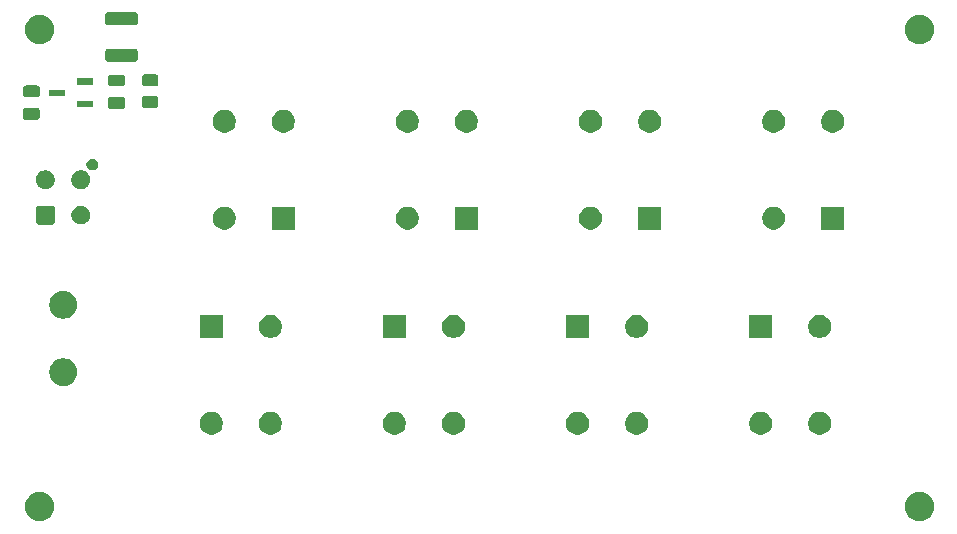
<source format=gbr>
%TF.GenerationSoftware,KiCad,Pcbnew,9.0.3*%
%TF.CreationDate,2025-08-13T11:48:25-07:00*%
%TF.ProjectId,PD Board,50442042-6f61-4726-942e-6b696361645f,rev?*%
%TF.SameCoordinates,Original*%
%TF.FileFunction,Soldermask,Top*%
%TF.FilePolarity,Negative*%
%FSLAX46Y46*%
G04 Gerber Fmt 4.6, Leading zero omitted, Abs format (unit mm)*
G04 Created by KiCad (PCBNEW 9.0.3) date 2025-08-13 11:48:25*
%MOMM*%
%LPD*%
G01*
G04 APERTURE LIST*
G04 APERTURE END LIST*
G36*
X92991807Y-134984538D02*
G01*
X93178354Y-135045151D01*
X93353123Y-135134200D01*
X93511810Y-135249493D01*
X93650507Y-135388190D01*
X93765800Y-135546877D01*
X93854849Y-135721646D01*
X93915462Y-135908193D01*
X93946147Y-136101926D01*
X93946147Y-136298074D01*
X93915462Y-136491807D01*
X93854849Y-136678354D01*
X93765800Y-136853123D01*
X93650507Y-137011810D01*
X93511810Y-137150507D01*
X93353123Y-137265800D01*
X93178354Y-137354849D01*
X92991807Y-137415462D01*
X92798074Y-137446147D01*
X92601926Y-137446147D01*
X92408193Y-137415462D01*
X92221646Y-137354849D01*
X92046877Y-137265800D01*
X91888190Y-137150507D01*
X91749493Y-137011810D01*
X91634200Y-136853123D01*
X91545151Y-136678354D01*
X91484538Y-136491807D01*
X91453853Y-136298074D01*
X91453853Y-136101926D01*
X91484538Y-135908193D01*
X91545151Y-135721646D01*
X91634200Y-135546877D01*
X91749493Y-135388190D01*
X91888190Y-135249493D01*
X92046877Y-135134200D01*
X92221646Y-135045151D01*
X92408193Y-134984538D01*
X92601926Y-134953853D01*
X92798074Y-134953853D01*
X92991807Y-134984538D01*
G37*
G36*
X167491807Y-134984538D02*
G01*
X167678354Y-135045151D01*
X167853123Y-135134200D01*
X168011810Y-135249493D01*
X168150507Y-135388190D01*
X168265800Y-135546877D01*
X168354849Y-135721646D01*
X168415462Y-135908193D01*
X168446147Y-136101926D01*
X168446147Y-136298074D01*
X168415462Y-136491807D01*
X168354849Y-136678354D01*
X168265800Y-136853123D01*
X168150507Y-137011810D01*
X168011810Y-137150507D01*
X167853123Y-137265800D01*
X167678354Y-137354849D01*
X167491807Y-137415462D01*
X167298074Y-137446147D01*
X167101926Y-137446147D01*
X166908193Y-137415462D01*
X166721646Y-137354849D01*
X166546877Y-137265800D01*
X166388190Y-137150507D01*
X166249493Y-137011810D01*
X166134200Y-136853123D01*
X166045151Y-136678354D01*
X165984538Y-136491807D01*
X165953853Y-136298074D01*
X165953853Y-136101926D01*
X165984538Y-135908193D01*
X166045151Y-135721646D01*
X166134200Y-135546877D01*
X166249493Y-135388190D01*
X166388190Y-135249493D01*
X166546877Y-135134200D01*
X166721646Y-135045151D01*
X166908193Y-134984538D01*
X167101926Y-134953853D01*
X167298074Y-134953853D01*
X167491807Y-134984538D01*
G37*
G36*
X107513028Y-128216983D02*
G01*
X107689612Y-128290127D01*
X107848533Y-128396315D01*
X107983685Y-128531467D01*
X108089873Y-128690388D01*
X108163017Y-128866972D01*
X108200305Y-129054433D01*
X108200305Y-129245567D01*
X108163017Y-129433028D01*
X108089873Y-129609612D01*
X107983685Y-129768533D01*
X107848533Y-129903685D01*
X107689612Y-130009873D01*
X107513028Y-130083017D01*
X107325567Y-130120305D01*
X107134433Y-130120305D01*
X106946972Y-130083017D01*
X106770388Y-130009873D01*
X106611467Y-129903685D01*
X106476315Y-129768533D01*
X106370127Y-129609612D01*
X106296983Y-129433028D01*
X106259695Y-129245567D01*
X106259695Y-129054433D01*
X106296983Y-128866972D01*
X106370127Y-128690388D01*
X106476315Y-128531467D01*
X106611467Y-128396315D01*
X106770388Y-128290127D01*
X106946972Y-128216983D01*
X107134433Y-128179695D01*
X107325567Y-128179695D01*
X107513028Y-128216983D01*
G37*
G36*
X112513028Y-128216983D02*
G01*
X112689612Y-128290127D01*
X112848533Y-128396315D01*
X112983685Y-128531467D01*
X113089873Y-128690388D01*
X113163017Y-128866972D01*
X113200305Y-129054433D01*
X113200305Y-129245567D01*
X113163017Y-129433028D01*
X113089873Y-129609612D01*
X112983685Y-129768533D01*
X112848533Y-129903685D01*
X112689612Y-130009873D01*
X112513028Y-130083017D01*
X112325567Y-130120305D01*
X112134433Y-130120305D01*
X111946972Y-130083017D01*
X111770388Y-130009873D01*
X111611467Y-129903685D01*
X111476315Y-129768533D01*
X111370127Y-129609612D01*
X111296983Y-129433028D01*
X111259695Y-129245567D01*
X111259695Y-129054433D01*
X111296983Y-128866972D01*
X111370127Y-128690388D01*
X111476315Y-128531467D01*
X111611467Y-128396315D01*
X111770388Y-128290127D01*
X111946972Y-128216983D01*
X112134433Y-128179695D01*
X112325567Y-128179695D01*
X112513028Y-128216983D01*
G37*
G36*
X123013028Y-128216983D02*
G01*
X123189612Y-128290127D01*
X123348533Y-128396315D01*
X123483685Y-128531467D01*
X123589873Y-128690388D01*
X123663017Y-128866972D01*
X123700305Y-129054433D01*
X123700305Y-129245567D01*
X123663017Y-129433028D01*
X123589873Y-129609612D01*
X123483685Y-129768533D01*
X123348533Y-129903685D01*
X123189612Y-130009873D01*
X123013028Y-130083017D01*
X122825567Y-130120305D01*
X122634433Y-130120305D01*
X122446972Y-130083017D01*
X122270388Y-130009873D01*
X122111467Y-129903685D01*
X121976315Y-129768533D01*
X121870127Y-129609612D01*
X121796983Y-129433028D01*
X121759695Y-129245567D01*
X121759695Y-129054433D01*
X121796983Y-128866972D01*
X121870127Y-128690388D01*
X121976315Y-128531467D01*
X122111467Y-128396315D01*
X122270388Y-128290127D01*
X122446972Y-128216983D01*
X122634433Y-128179695D01*
X122825567Y-128179695D01*
X123013028Y-128216983D01*
G37*
G36*
X128013028Y-128216983D02*
G01*
X128189612Y-128290127D01*
X128348533Y-128396315D01*
X128483685Y-128531467D01*
X128589873Y-128690388D01*
X128663017Y-128866972D01*
X128700305Y-129054433D01*
X128700305Y-129245567D01*
X128663017Y-129433028D01*
X128589873Y-129609612D01*
X128483685Y-129768533D01*
X128348533Y-129903685D01*
X128189612Y-130009873D01*
X128013028Y-130083017D01*
X127825567Y-130120305D01*
X127634433Y-130120305D01*
X127446972Y-130083017D01*
X127270388Y-130009873D01*
X127111467Y-129903685D01*
X126976315Y-129768533D01*
X126870127Y-129609612D01*
X126796983Y-129433028D01*
X126759695Y-129245567D01*
X126759695Y-129054433D01*
X126796983Y-128866972D01*
X126870127Y-128690388D01*
X126976315Y-128531467D01*
X127111467Y-128396315D01*
X127270388Y-128290127D01*
X127446972Y-128216983D01*
X127634433Y-128179695D01*
X127825567Y-128179695D01*
X128013028Y-128216983D01*
G37*
G36*
X138513028Y-128216983D02*
G01*
X138689612Y-128290127D01*
X138848533Y-128396315D01*
X138983685Y-128531467D01*
X139089873Y-128690388D01*
X139163017Y-128866972D01*
X139200305Y-129054433D01*
X139200305Y-129245567D01*
X139163017Y-129433028D01*
X139089873Y-129609612D01*
X138983685Y-129768533D01*
X138848533Y-129903685D01*
X138689612Y-130009873D01*
X138513028Y-130083017D01*
X138325567Y-130120305D01*
X138134433Y-130120305D01*
X137946972Y-130083017D01*
X137770388Y-130009873D01*
X137611467Y-129903685D01*
X137476315Y-129768533D01*
X137370127Y-129609612D01*
X137296983Y-129433028D01*
X137259695Y-129245567D01*
X137259695Y-129054433D01*
X137296983Y-128866972D01*
X137370127Y-128690388D01*
X137476315Y-128531467D01*
X137611467Y-128396315D01*
X137770388Y-128290127D01*
X137946972Y-128216983D01*
X138134433Y-128179695D01*
X138325567Y-128179695D01*
X138513028Y-128216983D01*
G37*
G36*
X143513028Y-128216983D02*
G01*
X143689612Y-128290127D01*
X143848533Y-128396315D01*
X143983685Y-128531467D01*
X144089873Y-128690388D01*
X144163017Y-128866972D01*
X144200305Y-129054433D01*
X144200305Y-129245567D01*
X144163017Y-129433028D01*
X144089873Y-129609612D01*
X143983685Y-129768533D01*
X143848533Y-129903685D01*
X143689612Y-130009873D01*
X143513028Y-130083017D01*
X143325567Y-130120305D01*
X143134433Y-130120305D01*
X142946972Y-130083017D01*
X142770388Y-130009873D01*
X142611467Y-129903685D01*
X142476315Y-129768533D01*
X142370127Y-129609612D01*
X142296983Y-129433028D01*
X142259695Y-129245567D01*
X142259695Y-129054433D01*
X142296983Y-128866972D01*
X142370127Y-128690388D01*
X142476315Y-128531467D01*
X142611467Y-128396315D01*
X142770388Y-128290127D01*
X142946972Y-128216983D01*
X143134433Y-128179695D01*
X143325567Y-128179695D01*
X143513028Y-128216983D01*
G37*
G36*
X154013028Y-128216983D02*
G01*
X154189612Y-128290127D01*
X154348533Y-128396315D01*
X154483685Y-128531467D01*
X154589873Y-128690388D01*
X154663017Y-128866972D01*
X154700305Y-129054433D01*
X154700305Y-129245567D01*
X154663017Y-129433028D01*
X154589873Y-129609612D01*
X154483685Y-129768533D01*
X154348533Y-129903685D01*
X154189612Y-130009873D01*
X154013028Y-130083017D01*
X153825567Y-130120305D01*
X153634433Y-130120305D01*
X153446972Y-130083017D01*
X153270388Y-130009873D01*
X153111467Y-129903685D01*
X152976315Y-129768533D01*
X152870127Y-129609612D01*
X152796983Y-129433028D01*
X152759695Y-129245567D01*
X152759695Y-129054433D01*
X152796983Y-128866972D01*
X152870127Y-128690388D01*
X152976315Y-128531467D01*
X153111467Y-128396315D01*
X153270388Y-128290127D01*
X153446972Y-128216983D01*
X153634433Y-128179695D01*
X153825567Y-128179695D01*
X154013028Y-128216983D01*
G37*
G36*
X159013028Y-128216983D02*
G01*
X159189612Y-128290127D01*
X159348533Y-128396315D01*
X159483685Y-128531467D01*
X159589873Y-128690388D01*
X159663017Y-128866972D01*
X159700305Y-129054433D01*
X159700305Y-129245567D01*
X159663017Y-129433028D01*
X159589873Y-129609612D01*
X159483685Y-129768533D01*
X159348533Y-129903685D01*
X159189612Y-130009873D01*
X159013028Y-130083017D01*
X158825567Y-130120305D01*
X158634433Y-130120305D01*
X158446972Y-130083017D01*
X158270388Y-130009873D01*
X158111467Y-129903685D01*
X157976315Y-129768533D01*
X157870127Y-129609612D01*
X157796983Y-129433028D01*
X157759695Y-129245567D01*
X157759695Y-129054433D01*
X157796983Y-128866972D01*
X157870127Y-128690388D01*
X157976315Y-128531467D01*
X158111467Y-128396315D01*
X158270388Y-128290127D01*
X158446972Y-128216983D01*
X158634433Y-128179695D01*
X158825567Y-128179695D01*
X159013028Y-128216983D01*
G37*
G36*
X94964624Y-123668136D02*
G01*
X95140889Y-123725408D01*
X95306025Y-123809549D01*
X95455965Y-123918487D01*
X95587017Y-124049539D01*
X95695955Y-124199479D01*
X95780096Y-124364615D01*
X95837368Y-124540880D01*
X95866361Y-124723934D01*
X95866361Y-124909270D01*
X95837368Y-125092324D01*
X95780096Y-125268589D01*
X95695955Y-125433725D01*
X95587017Y-125583665D01*
X95455965Y-125714717D01*
X95306025Y-125823655D01*
X95140889Y-125907796D01*
X94964624Y-125965068D01*
X94781570Y-125994061D01*
X94596234Y-125994061D01*
X94413180Y-125965068D01*
X94236915Y-125907796D01*
X94071779Y-125823655D01*
X93921839Y-125714717D01*
X93790787Y-125583665D01*
X93681849Y-125433725D01*
X93597708Y-125268589D01*
X93540436Y-125092324D01*
X93511443Y-124909270D01*
X93511443Y-124723934D01*
X93540436Y-124540880D01*
X93597708Y-124364615D01*
X93681849Y-124199479D01*
X93790787Y-124049539D01*
X93921839Y-123918487D01*
X94071779Y-123809549D01*
X94236915Y-123725408D01*
X94413180Y-123668136D01*
X94596234Y-123639143D01*
X94781570Y-123639143D01*
X94964624Y-123668136D01*
G37*
G36*
X108205000Y-121925000D02*
G01*
X106255000Y-121925000D01*
X106255000Y-119975000D01*
X108205000Y-119975000D01*
X108205000Y-121925000D01*
G37*
G36*
X123705000Y-121925000D02*
G01*
X121755000Y-121925000D01*
X121755000Y-119975000D01*
X123705000Y-119975000D01*
X123705000Y-121925000D01*
G37*
G36*
X139205000Y-121925000D02*
G01*
X137255000Y-121925000D01*
X137255000Y-119975000D01*
X139205000Y-119975000D01*
X139205000Y-121925000D01*
G37*
G36*
X154705000Y-121925000D02*
G01*
X152755000Y-121925000D01*
X152755000Y-119975000D01*
X154705000Y-119975000D01*
X154705000Y-121925000D01*
G37*
G36*
X112513028Y-120016983D02*
G01*
X112689612Y-120090127D01*
X112848533Y-120196315D01*
X112983685Y-120331467D01*
X113089873Y-120490388D01*
X113163017Y-120666972D01*
X113200305Y-120854433D01*
X113200305Y-121045567D01*
X113163017Y-121233028D01*
X113089873Y-121409612D01*
X112983685Y-121568533D01*
X112848533Y-121703685D01*
X112689612Y-121809873D01*
X112513028Y-121883017D01*
X112325567Y-121920305D01*
X112134433Y-121920305D01*
X111946972Y-121883017D01*
X111770388Y-121809873D01*
X111611467Y-121703685D01*
X111476315Y-121568533D01*
X111370127Y-121409612D01*
X111296983Y-121233028D01*
X111259695Y-121045567D01*
X111259695Y-120854433D01*
X111296983Y-120666972D01*
X111370127Y-120490388D01*
X111476315Y-120331467D01*
X111611467Y-120196315D01*
X111770388Y-120090127D01*
X111946972Y-120016983D01*
X112134433Y-119979695D01*
X112325567Y-119979695D01*
X112513028Y-120016983D01*
G37*
G36*
X128013028Y-120016983D02*
G01*
X128189612Y-120090127D01*
X128348533Y-120196315D01*
X128483685Y-120331467D01*
X128589873Y-120490388D01*
X128663017Y-120666972D01*
X128700305Y-120854433D01*
X128700305Y-121045567D01*
X128663017Y-121233028D01*
X128589873Y-121409612D01*
X128483685Y-121568533D01*
X128348533Y-121703685D01*
X128189612Y-121809873D01*
X128013028Y-121883017D01*
X127825567Y-121920305D01*
X127634433Y-121920305D01*
X127446972Y-121883017D01*
X127270388Y-121809873D01*
X127111467Y-121703685D01*
X126976315Y-121568533D01*
X126870127Y-121409612D01*
X126796983Y-121233028D01*
X126759695Y-121045567D01*
X126759695Y-120854433D01*
X126796983Y-120666972D01*
X126870127Y-120490388D01*
X126976315Y-120331467D01*
X127111467Y-120196315D01*
X127270388Y-120090127D01*
X127446972Y-120016983D01*
X127634433Y-119979695D01*
X127825567Y-119979695D01*
X128013028Y-120016983D01*
G37*
G36*
X143513028Y-120016983D02*
G01*
X143689612Y-120090127D01*
X143848533Y-120196315D01*
X143983685Y-120331467D01*
X144089873Y-120490388D01*
X144163017Y-120666972D01*
X144200305Y-120854433D01*
X144200305Y-121045567D01*
X144163017Y-121233028D01*
X144089873Y-121409612D01*
X143983685Y-121568533D01*
X143848533Y-121703685D01*
X143689612Y-121809873D01*
X143513028Y-121883017D01*
X143325567Y-121920305D01*
X143134433Y-121920305D01*
X142946972Y-121883017D01*
X142770388Y-121809873D01*
X142611467Y-121703685D01*
X142476315Y-121568533D01*
X142370127Y-121409612D01*
X142296983Y-121233028D01*
X142259695Y-121045567D01*
X142259695Y-120854433D01*
X142296983Y-120666972D01*
X142370127Y-120490388D01*
X142476315Y-120331467D01*
X142611467Y-120196315D01*
X142770388Y-120090127D01*
X142946972Y-120016983D01*
X143134433Y-119979695D01*
X143325567Y-119979695D01*
X143513028Y-120016983D01*
G37*
G36*
X159013028Y-120016983D02*
G01*
X159189612Y-120090127D01*
X159348533Y-120196315D01*
X159483685Y-120331467D01*
X159589873Y-120490388D01*
X159663017Y-120666972D01*
X159700305Y-120854433D01*
X159700305Y-121045567D01*
X159663017Y-121233028D01*
X159589873Y-121409612D01*
X159483685Y-121568533D01*
X159348533Y-121703685D01*
X159189612Y-121809873D01*
X159013028Y-121883017D01*
X158825567Y-121920305D01*
X158634433Y-121920305D01*
X158446972Y-121883017D01*
X158270388Y-121809873D01*
X158111467Y-121703685D01*
X157976315Y-121568533D01*
X157870127Y-121409612D01*
X157796983Y-121233028D01*
X157759695Y-121045567D01*
X157759695Y-120854433D01*
X157796983Y-120666972D01*
X157870127Y-120490388D01*
X157976315Y-120331467D01*
X158111467Y-120196315D01*
X158270388Y-120090127D01*
X158446972Y-120016983D01*
X158634433Y-119979695D01*
X158825567Y-119979695D01*
X159013028Y-120016983D01*
G37*
G36*
X94964624Y-117968132D02*
G01*
X95140889Y-118025404D01*
X95306025Y-118109545D01*
X95455965Y-118218483D01*
X95587017Y-118349535D01*
X95695955Y-118499475D01*
X95780096Y-118664611D01*
X95837368Y-118840876D01*
X95866361Y-119023930D01*
X95866361Y-119209266D01*
X95837368Y-119392320D01*
X95780096Y-119568585D01*
X95695955Y-119733721D01*
X95587017Y-119883661D01*
X95455965Y-120014713D01*
X95306025Y-120123651D01*
X95140889Y-120207792D01*
X94964624Y-120265064D01*
X94781570Y-120294057D01*
X94596234Y-120294057D01*
X94413180Y-120265064D01*
X94236915Y-120207792D01*
X94071779Y-120123651D01*
X93921839Y-120014713D01*
X93790787Y-119883661D01*
X93681849Y-119733721D01*
X93597708Y-119568585D01*
X93540436Y-119392320D01*
X93511443Y-119209266D01*
X93511443Y-119023930D01*
X93540436Y-118840876D01*
X93597708Y-118664611D01*
X93681849Y-118499475D01*
X93790787Y-118349535D01*
X93921839Y-118218483D01*
X94071779Y-118109545D01*
X94236915Y-118025404D01*
X94413180Y-117968132D01*
X94596234Y-117939139D01*
X94781570Y-117939139D01*
X94964624Y-117968132D01*
G37*
G36*
X114305000Y-112755000D02*
G01*
X112355000Y-112755000D01*
X112355000Y-110805000D01*
X114305000Y-110805000D01*
X114305000Y-112755000D01*
G37*
G36*
X129805000Y-112755000D02*
G01*
X127855000Y-112755000D01*
X127855000Y-110805000D01*
X129805000Y-110805000D01*
X129805000Y-112755000D01*
G37*
G36*
X145305000Y-112755000D02*
G01*
X143355000Y-112755000D01*
X143355000Y-110805000D01*
X145305000Y-110805000D01*
X145305000Y-112755000D01*
G37*
G36*
X160805000Y-112755000D02*
G01*
X158855000Y-112755000D01*
X158855000Y-110805000D01*
X160805000Y-110805000D01*
X160805000Y-112755000D01*
G37*
G36*
X108613028Y-110846983D02*
G01*
X108789612Y-110920127D01*
X108948533Y-111026315D01*
X109083685Y-111161467D01*
X109189873Y-111320388D01*
X109263017Y-111496972D01*
X109300305Y-111684433D01*
X109300305Y-111875567D01*
X109263017Y-112063028D01*
X109189873Y-112239612D01*
X109083685Y-112398533D01*
X108948533Y-112533685D01*
X108789612Y-112639873D01*
X108613028Y-112713017D01*
X108425567Y-112750305D01*
X108234433Y-112750305D01*
X108046972Y-112713017D01*
X107870388Y-112639873D01*
X107711467Y-112533685D01*
X107576315Y-112398533D01*
X107470127Y-112239612D01*
X107396983Y-112063028D01*
X107359695Y-111875567D01*
X107359695Y-111684433D01*
X107396983Y-111496972D01*
X107470127Y-111320388D01*
X107576315Y-111161467D01*
X107711467Y-111026315D01*
X107870388Y-110920127D01*
X108046972Y-110846983D01*
X108234433Y-110809695D01*
X108425567Y-110809695D01*
X108613028Y-110846983D01*
G37*
G36*
X124113028Y-110846983D02*
G01*
X124289612Y-110920127D01*
X124448533Y-111026315D01*
X124583685Y-111161467D01*
X124689873Y-111320388D01*
X124763017Y-111496972D01*
X124800305Y-111684433D01*
X124800305Y-111875567D01*
X124763017Y-112063028D01*
X124689873Y-112239612D01*
X124583685Y-112398533D01*
X124448533Y-112533685D01*
X124289612Y-112639873D01*
X124113028Y-112713017D01*
X123925567Y-112750305D01*
X123734433Y-112750305D01*
X123546972Y-112713017D01*
X123370388Y-112639873D01*
X123211467Y-112533685D01*
X123076315Y-112398533D01*
X122970127Y-112239612D01*
X122896983Y-112063028D01*
X122859695Y-111875567D01*
X122859695Y-111684433D01*
X122896983Y-111496972D01*
X122970127Y-111320388D01*
X123076315Y-111161467D01*
X123211467Y-111026315D01*
X123370388Y-110920127D01*
X123546972Y-110846983D01*
X123734433Y-110809695D01*
X123925567Y-110809695D01*
X124113028Y-110846983D01*
G37*
G36*
X139613028Y-110846983D02*
G01*
X139789612Y-110920127D01*
X139948533Y-111026315D01*
X140083685Y-111161467D01*
X140189873Y-111320388D01*
X140263017Y-111496972D01*
X140300305Y-111684433D01*
X140300305Y-111875567D01*
X140263017Y-112063028D01*
X140189873Y-112239612D01*
X140083685Y-112398533D01*
X139948533Y-112533685D01*
X139789612Y-112639873D01*
X139613028Y-112713017D01*
X139425567Y-112750305D01*
X139234433Y-112750305D01*
X139046972Y-112713017D01*
X138870388Y-112639873D01*
X138711467Y-112533685D01*
X138576315Y-112398533D01*
X138470127Y-112239612D01*
X138396983Y-112063028D01*
X138359695Y-111875567D01*
X138359695Y-111684433D01*
X138396983Y-111496972D01*
X138470127Y-111320388D01*
X138576315Y-111161467D01*
X138711467Y-111026315D01*
X138870388Y-110920127D01*
X139046972Y-110846983D01*
X139234433Y-110809695D01*
X139425567Y-110809695D01*
X139613028Y-110846983D01*
G37*
G36*
X155113028Y-110846983D02*
G01*
X155289612Y-110920127D01*
X155448533Y-111026315D01*
X155583685Y-111161467D01*
X155689873Y-111320388D01*
X155763017Y-111496972D01*
X155800305Y-111684433D01*
X155800305Y-111875567D01*
X155763017Y-112063028D01*
X155689873Y-112239612D01*
X155583685Y-112398533D01*
X155448533Y-112533685D01*
X155289612Y-112639873D01*
X155113028Y-112713017D01*
X154925567Y-112750305D01*
X154734433Y-112750305D01*
X154546972Y-112713017D01*
X154370388Y-112639873D01*
X154211467Y-112533685D01*
X154076315Y-112398533D01*
X153970127Y-112239612D01*
X153896983Y-112063028D01*
X153859695Y-111875567D01*
X153859695Y-111684433D01*
X153896983Y-111496972D01*
X153970127Y-111320388D01*
X154076315Y-111161467D01*
X154211467Y-111026315D01*
X154370388Y-110920127D01*
X154546972Y-110846983D01*
X154734433Y-110809695D01*
X154925567Y-110809695D01*
X155113028Y-110846983D01*
G37*
G36*
X93737350Y-110718464D02*
G01*
X93787540Y-110724287D01*
X93804689Y-110731859D01*
X93828171Y-110736530D01*
X93853310Y-110753327D01*
X93873196Y-110762108D01*
X93886777Y-110775689D01*
X93909277Y-110790723D01*
X93924310Y-110813222D01*
X93937891Y-110826803D01*
X93946670Y-110846686D01*
X93963470Y-110871829D01*
X93968141Y-110895312D01*
X93975712Y-110912459D01*
X93981533Y-110962639D01*
X93982500Y-110967500D01*
X93982500Y-112072500D01*
X93981532Y-112077363D01*
X93975712Y-112127540D01*
X93968141Y-112144685D01*
X93963470Y-112168171D01*
X93946669Y-112193315D01*
X93937891Y-112213196D01*
X93924312Y-112226774D01*
X93909277Y-112249277D01*
X93886774Y-112264312D01*
X93873196Y-112277891D01*
X93853315Y-112286669D01*
X93828171Y-112303470D01*
X93804685Y-112308141D01*
X93787540Y-112315712D01*
X93737361Y-112321532D01*
X93732500Y-112322500D01*
X92627500Y-112322500D01*
X92622638Y-112321532D01*
X92572459Y-112315712D01*
X92555312Y-112308141D01*
X92531829Y-112303470D01*
X92506686Y-112286670D01*
X92486803Y-112277891D01*
X92473222Y-112264310D01*
X92450723Y-112249277D01*
X92435689Y-112226777D01*
X92422108Y-112213196D01*
X92413327Y-112193310D01*
X92396530Y-112168171D01*
X92391859Y-112144689D01*
X92384287Y-112127540D01*
X92378464Y-112077349D01*
X92377500Y-112072500D01*
X92377500Y-110967500D01*
X92378464Y-110962650D01*
X92384287Y-110912459D01*
X92391859Y-110895308D01*
X92396530Y-110871829D01*
X92413326Y-110846691D01*
X92422108Y-110826803D01*
X92435691Y-110813219D01*
X92450723Y-110790723D01*
X92473219Y-110775691D01*
X92486803Y-110762108D01*
X92506691Y-110753326D01*
X92531829Y-110736530D01*
X92555308Y-110731859D01*
X92572459Y-110724287D01*
X92622651Y-110718464D01*
X92627500Y-110717500D01*
X93732500Y-110717500D01*
X93737350Y-110718464D01*
G37*
G36*
X96412953Y-110752055D02*
G01*
X96558296Y-110812258D01*
X96689101Y-110899659D01*
X96800341Y-111010899D01*
X96887742Y-111141704D01*
X96947945Y-111287047D01*
X96978636Y-111441341D01*
X96978636Y-111598659D01*
X96947945Y-111752953D01*
X96887742Y-111898296D01*
X96800341Y-112029101D01*
X96689101Y-112140341D01*
X96558296Y-112227742D01*
X96412953Y-112287945D01*
X96258659Y-112318636D01*
X96101341Y-112318636D01*
X95947047Y-112287945D01*
X95801704Y-112227742D01*
X95670899Y-112140341D01*
X95559659Y-112029101D01*
X95472258Y-111898296D01*
X95412055Y-111752953D01*
X95381364Y-111598659D01*
X95381364Y-111441341D01*
X95412055Y-111287047D01*
X95472258Y-111141704D01*
X95559659Y-111010899D01*
X95670899Y-110899659D01*
X95801704Y-110812258D01*
X95947047Y-110752055D01*
X96101341Y-110721364D01*
X96258659Y-110721364D01*
X96412953Y-110752055D01*
G37*
G36*
X93412953Y-107752055D02*
G01*
X93558296Y-107812258D01*
X93689101Y-107899659D01*
X93800341Y-108010899D01*
X93887742Y-108141704D01*
X93947945Y-108287047D01*
X93978636Y-108441341D01*
X93978636Y-108598659D01*
X93947945Y-108752953D01*
X93887742Y-108898296D01*
X93800341Y-109029101D01*
X93689101Y-109140341D01*
X93558296Y-109227742D01*
X93412953Y-109287945D01*
X93258659Y-109318636D01*
X93101341Y-109318636D01*
X92947047Y-109287945D01*
X92801704Y-109227742D01*
X92670899Y-109140341D01*
X92559659Y-109029101D01*
X92472258Y-108898296D01*
X92412055Y-108752953D01*
X92381364Y-108598659D01*
X92381364Y-108441341D01*
X92412055Y-108287047D01*
X92472258Y-108141704D01*
X92559659Y-108010899D01*
X92670899Y-107899659D01*
X92801704Y-107812258D01*
X92947047Y-107752055D01*
X93101341Y-107721364D01*
X93258659Y-107721364D01*
X93412953Y-107752055D01*
G37*
G36*
X96412953Y-107752055D02*
G01*
X96558296Y-107812258D01*
X96689101Y-107899659D01*
X96800341Y-108010899D01*
X96887742Y-108141704D01*
X96947945Y-108287047D01*
X96978636Y-108441341D01*
X96978636Y-108598659D01*
X96947945Y-108752953D01*
X96887742Y-108898296D01*
X96800341Y-109029101D01*
X96689101Y-109140341D01*
X96558296Y-109227742D01*
X96412953Y-109287945D01*
X96258659Y-109318636D01*
X96101341Y-109318636D01*
X95947047Y-109287945D01*
X95801704Y-109227742D01*
X95670899Y-109140341D01*
X95559659Y-109029101D01*
X95472258Y-108898296D01*
X95412055Y-108752953D01*
X95381364Y-108598659D01*
X95381364Y-108441341D01*
X95412055Y-108287047D01*
X95472258Y-108141704D01*
X95559659Y-108010899D01*
X95670899Y-107899659D01*
X95801704Y-107812258D01*
X95947047Y-107752055D01*
X96101341Y-107721364D01*
X96258659Y-107721364D01*
X96412953Y-107752055D01*
G37*
G36*
X97355169Y-106768821D02*
G01*
X97470468Y-106835390D01*
X97564610Y-106929532D01*
X97631179Y-107044831D01*
X97665637Y-107173432D01*
X97665637Y-107306568D01*
X97631179Y-107435169D01*
X97564610Y-107550468D01*
X97470468Y-107644610D01*
X97355169Y-107711179D01*
X97226568Y-107745637D01*
X97093432Y-107745637D01*
X96964831Y-107711179D01*
X96849532Y-107644610D01*
X96755390Y-107550468D01*
X96688821Y-107435169D01*
X96654363Y-107306568D01*
X96654363Y-107173432D01*
X96688821Y-107044831D01*
X96755390Y-106929532D01*
X96849532Y-106835390D01*
X96964831Y-106768821D01*
X97093432Y-106734363D01*
X97226568Y-106734363D01*
X97355169Y-106768821D01*
G37*
G36*
X108613028Y-102646983D02*
G01*
X108789612Y-102720127D01*
X108948533Y-102826315D01*
X109083685Y-102961467D01*
X109189873Y-103120388D01*
X109263017Y-103296972D01*
X109300305Y-103484433D01*
X109300305Y-103675567D01*
X109263017Y-103863028D01*
X109189873Y-104039612D01*
X109083685Y-104198533D01*
X108948533Y-104333685D01*
X108789612Y-104439873D01*
X108613028Y-104513017D01*
X108425567Y-104550305D01*
X108234433Y-104550305D01*
X108046972Y-104513017D01*
X107870388Y-104439873D01*
X107711467Y-104333685D01*
X107576315Y-104198533D01*
X107470127Y-104039612D01*
X107396983Y-103863028D01*
X107359695Y-103675567D01*
X107359695Y-103484433D01*
X107396983Y-103296972D01*
X107470127Y-103120388D01*
X107576315Y-102961467D01*
X107711467Y-102826315D01*
X107870388Y-102720127D01*
X108046972Y-102646983D01*
X108234433Y-102609695D01*
X108425567Y-102609695D01*
X108613028Y-102646983D01*
G37*
G36*
X113613028Y-102646983D02*
G01*
X113789612Y-102720127D01*
X113948533Y-102826315D01*
X114083685Y-102961467D01*
X114189873Y-103120388D01*
X114263017Y-103296972D01*
X114300305Y-103484433D01*
X114300305Y-103675567D01*
X114263017Y-103863028D01*
X114189873Y-104039612D01*
X114083685Y-104198533D01*
X113948533Y-104333685D01*
X113789612Y-104439873D01*
X113613028Y-104513017D01*
X113425567Y-104550305D01*
X113234433Y-104550305D01*
X113046972Y-104513017D01*
X112870388Y-104439873D01*
X112711467Y-104333685D01*
X112576315Y-104198533D01*
X112470127Y-104039612D01*
X112396983Y-103863028D01*
X112359695Y-103675567D01*
X112359695Y-103484433D01*
X112396983Y-103296972D01*
X112470127Y-103120388D01*
X112576315Y-102961467D01*
X112711467Y-102826315D01*
X112870388Y-102720127D01*
X113046972Y-102646983D01*
X113234433Y-102609695D01*
X113425567Y-102609695D01*
X113613028Y-102646983D01*
G37*
G36*
X124113028Y-102646983D02*
G01*
X124289612Y-102720127D01*
X124448533Y-102826315D01*
X124583685Y-102961467D01*
X124689873Y-103120388D01*
X124763017Y-103296972D01*
X124800305Y-103484433D01*
X124800305Y-103675567D01*
X124763017Y-103863028D01*
X124689873Y-104039612D01*
X124583685Y-104198533D01*
X124448533Y-104333685D01*
X124289612Y-104439873D01*
X124113028Y-104513017D01*
X123925567Y-104550305D01*
X123734433Y-104550305D01*
X123546972Y-104513017D01*
X123370388Y-104439873D01*
X123211467Y-104333685D01*
X123076315Y-104198533D01*
X122970127Y-104039612D01*
X122896983Y-103863028D01*
X122859695Y-103675567D01*
X122859695Y-103484433D01*
X122896983Y-103296972D01*
X122970127Y-103120388D01*
X123076315Y-102961467D01*
X123211467Y-102826315D01*
X123370388Y-102720127D01*
X123546972Y-102646983D01*
X123734433Y-102609695D01*
X123925567Y-102609695D01*
X124113028Y-102646983D01*
G37*
G36*
X129113028Y-102646983D02*
G01*
X129289612Y-102720127D01*
X129448533Y-102826315D01*
X129583685Y-102961467D01*
X129689873Y-103120388D01*
X129763017Y-103296972D01*
X129800305Y-103484433D01*
X129800305Y-103675567D01*
X129763017Y-103863028D01*
X129689873Y-104039612D01*
X129583685Y-104198533D01*
X129448533Y-104333685D01*
X129289612Y-104439873D01*
X129113028Y-104513017D01*
X128925567Y-104550305D01*
X128734433Y-104550305D01*
X128546972Y-104513017D01*
X128370388Y-104439873D01*
X128211467Y-104333685D01*
X128076315Y-104198533D01*
X127970127Y-104039612D01*
X127896983Y-103863028D01*
X127859695Y-103675567D01*
X127859695Y-103484433D01*
X127896983Y-103296972D01*
X127970127Y-103120388D01*
X128076315Y-102961467D01*
X128211467Y-102826315D01*
X128370388Y-102720127D01*
X128546972Y-102646983D01*
X128734433Y-102609695D01*
X128925567Y-102609695D01*
X129113028Y-102646983D01*
G37*
G36*
X139613028Y-102646983D02*
G01*
X139789612Y-102720127D01*
X139948533Y-102826315D01*
X140083685Y-102961467D01*
X140189873Y-103120388D01*
X140263017Y-103296972D01*
X140300305Y-103484433D01*
X140300305Y-103675567D01*
X140263017Y-103863028D01*
X140189873Y-104039612D01*
X140083685Y-104198533D01*
X139948533Y-104333685D01*
X139789612Y-104439873D01*
X139613028Y-104513017D01*
X139425567Y-104550305D01*
X139234433Y-104550305D01*
X139046972Y-104513017D01*
X138870388Y-104439873D01*
X138711467Y-104333685D01*
X138576315Y-104198533D01*
X138470127Y-104039612D01*
X138396983Y-103863028D01*
X138359695Y-103675567D01*
X138359695Y-103484433D01*
X138396983Y-103296972D01*
X138470127Y-103120388D01*
X138576315Y-102961467D01*
X138711467Y-102826315D01*
X138870388Y-102720127D01*
X139046972Y-102646983D01*
X139234433Y-102609695D01*
X139425567Y-102609695D01*
X139613028Y-102646983D01*
G37*
G36*
X144613028Y-102646983D02*
G01*
X144789612Y-102720127D01*
X144948533Y-102826315D01*
X145083685Y-102961467D01*
X145189873Y-103120388D01*
X145263017Y-103296972D01*
X145300305Y-103484433D01*
X145300305Y-103675567D01*
X145263017Y-103863028D01*
X145189873Y-104039612D01*
X145083685Y-104198533D01*
X144948533Y-104333685D01*
X144789612Y-104439873D01*
X144613028Y-104513017D01*
X144425567Y-104550305D01*
X144234433Y-104550305D01*
X144046972Y-104513017D01*
X143870388Y-104439873D01*
X143711467Y-104333685D01*
X143576315Y-104198533D01*
X143470127Y-104039612D01*
X143396983Y-103863028D01*
X143359695Y-103675567D01*
X143359695Y-103484433D01*
X143396983Y-103296972D01*
X143470127Y-103120388D01*
X143576315Y-102961467D01*
X143711467Y-102826315D01*
X143870388Y-102720127D01*
X144046972Y-102646983D01*
X144234433Y-102609695D01*
X144425567Y-102609695D01*
X144613028Y-102646983D01*
G37*
G36*
X155113028Y-102646983D02*
G01*
X155289612Y-102720127D01*
X155448533Y-102826315D01*
X155583685Y-102961467D01*
X155689873Y-103120388D01*
X155763017Y-103296972D01*
X155800305Y-103484433D01*
X155800305Y-103675567D01*
X155763017Y-103863028D01*
X155689873Y-104039612D01*
X155583685Y-104198533D01*
X155448533Y-104333685D01*
X155289612Y-104439873D01*
X155113028Y-104513017D01*
X154925567Y-104550305D01*
X154734433Y-104550305D01*
X154546972Y-104513017D01*
X154370388Y-104439873D01*
X154211467Y-104333685D01*
X154076315Y-104198533D01*
X153970127Y-104039612D01*
X153896983Y-103863028D01*
X153859695Y-103675567D01*
X153859695Y-103484433D01*
X153896983Y-103296972D01*
X153970127Y-103120388D01*
X154076315Y-102961467D01*
X154211467Y-102826315D01*
X154370388Y-102720127D01*
X154546972Y-102646983D01*
X154734433Y-102609695D01*
X154925567Y-102609695D01*
X155113028Y-102646983D01*
G37*
G36*
X160113028Y-102646983D02*
G01*
X160289612Y-102720127D01*
X160448533Y-102826315D01*
X160583685Y-102961467D01*
X160689873Y-103120388D01*
X160763017Y-103296972D01*
X160800305Y-103484433D01*
X160800305Y-103675567D01*
X160763017Y-103863028D01*
X160689873Y-104039612D01*
X160583685Y-104198533D01*
X160448533Y-104333685D01*
X160289612Y-104439873D01*
X160113028Y-104513017D01*
X159925567Y-104550305D01*
X159734433Y-104550305D01*
X159546972Y-104513017D01*
X159370388Y-104439873D01*
X159211467Y-104333685D01*
X159076315Y-104198533D01*
X158970127Y-104039612D01*
X158896983Y-103863028D01*
X158859695Y-103675567D01*
X158859695Y-103484433D01*
X158896983Y-103296972D01*
X158970127Y-103120388D01*
X159076315Y-102961467D01*
X159211467Y-102826315D01*
X159370388Y-102720127D01*
X159546972Y-102646983D01*
X159734433Y-102609695D01*
X159925567Y-102609695D01*
X160113028Y-102646983D01*
G37*
G36*
X92469850Y-102450964D02*
G01*
X92520040Y-102456787D01*
X92537189Y-102464359D01*
X92560671Y-102469030D01*
X92585810Y-102485827D01*
X92605696Y-102494608D01*
X92619277Y-102508189D01*
X92641777Y-102523223D01*
X92656810Y-102545722D01*
X92670391Y-102559303D01*
X92679170Y-102579186D01*
X92695970Y-102604329D01*
X92700641Y-102627812D01*
X92708212Y-102644959D01*
X92714033Y-102695139D01*
X92715000Y-102700000D01*
X92715000Y-103200000D01*
X92714032Y-103204863D01*
X92708212Y-103255040D01*
X92700641Y-103272185D01*
X92695970Y-103295671D01*
X92679169Y-103320815D01*
X92670391Y-103340696D01*
X92656812Y-103354274D01*
X92641777Y-103376777D01*
X92619274Y-103391812D01*
X92605696Y-103405391D01*
X92585815Y-103414169D01*
X92560671Y-103430970D01*
X92537185Y-103435641D01*
X92520040Y-103443212D01*
X92469861Y-103449032D01*
X92465000Y-103450000D01*
X91515000Y-103450000D01*
X91510138Y-103449032D01*
X91459959Y-103443212D01*
X91442812Y-103435641D01*
X91419329Y-103430970D01*
X91394186Y-103414170D01*
X91374303Y-103405391D01*
X91360722Y-103391810D01*
X91338223Y-103376777D01*
X91323189Y-103354277D01*
X91309608Y-103340696D01*
X91300827Y-103320810D01*
X91284030Y-103295671D01*
X91279359Y-103272189D01*
X91271787Y-103255040D01*
X91265964Y-103204849D01*
X91265000Y-103200000D01*
X91265000Y-102700000D01*
X91265964Y-102695150D01*
X91271787Y-102644959D01*
X91279359Y-102627808D01*
X91284030Y-102604329D01*
X91300826Y-102579191D01*
X91309608Y-102559303D01*
X91323191Y-102545719D01*
X91338223Y-102523223D01*
X91360719Y-102508191D01*
X91374303Y-102494608D01*
X91394191Y-102485826D01*
X91419329Y-102469030D01*
X91442808Y-102464359D01*
X91459959Y-102456787D01*
X91510151Y-102450964D01*
X91515000Y-102450000D01*
X92465000Y-102450000D01*
X92469850Y-102450964D01*
G37*
G36*
X99679850Y-101520964D02*
G01*
X99730040Y-101526787D01*
X99747189Y-101534359D01*
X99770671Y-101539030D01*
X99795810Y-101555827D01*
X99815696Y-101564608D01*
X99829277Y-101578189D01*
X99851777Y-101593223D01*
X99866810Y-101615722D01*
X99880391Y-101629303D01*
X99889170Y-101649186D01*
X99905970Y-101674329D01*
X99910641Y-101697812D01*
X99918212Y-101714959D01*
X99924033Y-101765139D01*
X99925000Y-101770000D01*
X99925000Y-102270000D01*
X99924032Y-102274863D01*
X99918212Y-102325040D01*
X99910641Y-102342185D01*
X99905970Y-102365671D01*
X99889169Y-102390815D01*
X99880391Y-102410696D01*
X99866812Y-102424274D01*
X99851777Y-102446777D01*
X99829274Y-102461812D01*
X99815696Y-102475391D01*
X99795815Y-102484169D01*
X99770671Y-102500970D01*
X99747185Y-102505641D01*
X99730040Y-102513212D01*
X99679861Y-102519032D01*
X99675000Y-102520000D01*
X98725000Y-102520000D01*
X98720138Y-102519032D01*
X98669959Y-102513212D01*
X98652812Y-102505641D01*
X98629329Y-102500970D01*
X98604186Y-102484170D01*
X98584303Y-102475391D01*
X98570722Y-102461810D01*
X98548223Y-102446777D01*
X98533189Y-102424277D01*
X98519608Y-102410696D01*
X98510827Y-102390810D01*
X98494030Y-102365671D01*
X98489359Y-102342189D01*
X98481787Y-102325040D01*
X98475964Y-102274849D01*
X98475000Y-102270000D01*
X98475000Y-101770000D01*
X98475964Y-101765150D01*
X98481787Y-101714959D01*
X98489359Y-101697808D01*
X98494030Y-101674329D01*
X98510826Y-101649191D01*
X98519608Y-101629303D01*
X98533191Y-101615719D01*
X98548223Y-101593223D01*
X98570719Y-101578191D01*
X98584303Y-101564608D01*
X98604191Y-101555826D01*
X98629329Y-101539030D01*
X98652808Y-101534359D01*
X98669959Y-101526787D01*
X98720151Y-101520964D01*
X98725000Y-101520000D01*
X99675000Y-101520000D01*
X99679850Y-101520964D01*
G37*
G36*
X102504850Y-101430964D02*
G01*
X102555040Y-101436787D01*
X102572189Y-101444359D01*
X102595671Y-101449030D01*
X102620810Y-101465827D01*
X102640696Y-101474608D01*
X102654277Y-101488189D01*
X102676777Y-101503223D01*
X102691810Y-101525722D01*
X102705391Y-101539303D01*
X102714170Y-101559186D01*
X102730970Y-101584329D01*
X102735641Y-101607812D01*
X102743212Y-101624959D01*
X102749033Y-101675139D01*
X102750000Y-101680000D01*
X102750000Y-102205000D01*
X102749032Y-102209863D01*
X102743212Y-102260040D01*
X102735641Y-102277185D01*
X102730970Y-102300671D01*
X102714169Y-102325815D01*
X102705391Y-102345696D01*
X102691812Y-102359274D01*
X102676777Y-102381777D01*
X102654274Y-102396812D01*
X102640696Y-102410391D01*
X102620815Y-102419169D01*
X102595671Y-102435970D01*
X102572185Y-102440641D01*
X102555040Y-102448212D01*
X102504861Y-102454032D01*
X102500000Y-102455000D01*
X101600000Y-102455000D01*
X101595138Y-102454032D01*
X101544959Y-102448212D01*
X101527812Y-102440641D01*
X101504329Y-102435970D01*
X101479186Y-102419170D01*
X101459303Y-102410391D01*
X101445722Y-102396810D01*
X101423223Y-102381777D01*
X101408189Y-102359277D01*
X101394608Y-102345696D01*
X101385827Y-102325810D01*
X101369030Y-102300671D01*
X101364359Y-102277189D01*
X101356787Y-102260040D01*
X101350964Y-102209849D01*
X101350000Y-102205000D01*
X101350000Y-101680000D01*
X101350964Y-101675150D01*
X101356787Y-101624959D01*
X101364359Y-101607808D01*
X101369030Y-101584329D01*
X101385826Y-101559191D01*
X101394608Y-101539303D01*
X101408191Y-101525719D01*
X101423223Y-101503223D01*
X101445719Y-101488191D01*
X101459303Y-101474608D01*
X101479191Y-101465826D01*
X101504329Y-101449030D01*
X101527808Y-101444359D01*
X101544959Y-101436787D01*
X101595151Y-101430964D01*
X101600000Y-101430000D01*
X102500000Y-101430000D01*
X102504850Y-101430964D01*
G37*
G36*
X97188000Y-102399401D02*
G01*
X95867200Y-102399401D01*
X95867200Y-101840601D01*
X97188000Y-101840601D01*
X97188000Y-102399401D01*
G37*
G36*
X92469850Y-100550964D02*
G01*
X92520040Y-100556787D01*
X92537189Y-100564359D01*
X92560671Y-100569030D01*
X92585810Y-100585827D01*
X92605696Y-100594608D01*
X92619277Y-100608189D01*
X92641777Y-100623223D01*
X92656810Y-100645722D01*
X92670391Y-100659303D01*
X92679170Y-100679186D01*
X92695970Y-100704329D01*
X92700641Y-100727812D01*
X92708212Y-100744959D01*
X92714033Y-100795139D01*
X92715000Y-100800000D01*
X92715000Y-101300000D01*
X92714032Y-101304863D01*
X92708212Y-101355040D01*
X92700641Y-101372185D01*
X92695970Y-101395671D01*
X92679169Y-101420815D01*
X92670391Y-101440696D01*
X92656812Y-101454274D01*
X92641777Y-101476777D01*
X92619274Y-101491812D01*
X92605696Y-101505391D01*
X92585815Y-101514169D01*
X92560671Y-101530970D01*
X92537185Y-101535641D01*
X92520040Y-101543212D01*
X92469861Y-101549032D01*
X92465000Y-101550000D01*
X91515000Y-101550000D01*
X91510138Y-101549032D01*
X91459959Y-101543212D01*
X91442812Y-101535641D01*
X91419329Y-101530970D01*
X91394186Y-101514170D01*
X91374303Y-101505391D01*
X91360722Y-101491810D01*
X91338223Y-101476777D01*
X91323189Y-101454277D01*
X91309608Y-101440696D01*
X91300827Y-101420810D01*
X91284030Y-101395671D01*
X91279359Y-101372189D01*
X91271787Y-101355040D01*
X91265964Y-101304849D01*
X91265000Y-101300000D01*
X91265000Y-100800000D01*
X91265964Y-100795150D01*
X91271787Y-100744959D01*
X91279359Y-100727808D01*
X91284030Y-100704329D01*
X91300826Y-100679191D01*
X91309608Y-100659303D01*
X91323191Y-100645719D01*
X91338223Y-100623223D01*
X91360719Y-100608191D01*
X91374303Y-100594608D01*
X91394191Y-100585826D01*
X91419329Y-100569030D01*
X91442808Y-100564359D01*
X91459959Y-100556787D01*
X91510151Y-100550964D01*
X91515000Y-100550000D01*
X92465000Y-100550000D01*
X92469850Y-100550964D01*
G37*
G36*
X94800400Y-101449400D02*
G01*
X93479600Y-101449400D01*
X93479600Y-100890600D01*
X94800400Y-100890600D01*
X94800400Y-101449400D01*
G37*
G36*
X102504850Y-99605964D02*
G01*
X102555040Y-99611787D01*
X102572189Y-99619359D01*
X102595671Y-99624030D01*
X102620810Y-99640827D01*
X102640696Y-99649608D01*
X102654277Y-99663189D01*
X102676777Y-99678223D01*
X102691810Y-99700722D01*
X102705391Y-99714303D01*
X102714170Y-99734186D01*
X102730970Y-99759329D01*
X102735641Y-99782812D01*
X102743212Y-99799959D01*
X102749033Y-99850139D01*
X102750000Y-99855000D01*
X102750000Y-100380000D01*
X102749032Y-100384863D01*
X102743212Y-100435040D01*
X102735641Y-100452185D01*
X102730970Y-100475671D01*
X102714169Y-100500815D01*
X102705391Y-100520696D01*
X102691812Y-100534274D01*
X102676777Y-100556777D01*
X102654274Y-100571812D01*
X102640696Y-100585391D01*
X102620815Y-100594169D01*
X102595671Y-100610970D01*
X102572185Y-100615641D01*
X102555040Y-100623212D01*
X102504861Y-100629032D01*
X102500000Y-100630000D01*
X101600000Y-100630000D01*
X101595138Y-100629032D01*
X101544959Y-100623212D01*
X101527812Y-100615641D01*
X101504329Y-100610970D01*
X101479186Y-100594170D01*
X101459303Y-100585391D01*
X101445722Y-100571810D01*
X101423223Y-100556777D01*
X101408189Y-100534277D01*
X101394608Y-100520696D01*
X101385827Y-100500810D01*
X101369030Y-100475671D01*
X101364359Y-100452189D01*
X101356787Y-100435040D01*
X101350964Y-100384849D01*
X101350000Y-100380000D01*
X101350000Y-99855000D01*
X101350964Y-99850150D01*
X101356787Y-99799959D01*
X101364359Y-99782808D01*
X101369030Y-99759329D01*
X101385826Y-99734191D01*
X101394608Y-99714303D01*
X101408191Y-99700719D01*
X101423223Y-99678223D01*
X101445719Y-99663191D01*
X101459303Y-99649608D01*
X101479191Y-99640826D01*
X101504329Y-99624030D01*
X101527808Y-99619359D01*
X101544959Y-99611787D01*
X101595151Y-99605964D01*
X101600000Y-99605000D01*
X102500000Y-99605000D01*
X102504850Y-99605964D01*
G37*
G36*
X99679850Y-99620964D02*
G01*
X99730040Y-99626787D01*
X99747189Y-99634359D01*
X99770671Y-99639030D01*
X99795810Y-99655827D01*
X99815696Y-99664608D01*
X99829277Y-99678189D01*
X99851777Y-99693223D01*
X99866810Y-99715722D01*
X99880391Y-99729303D01*
X99889170Y-99749186D01*
X99905970Y-99774329D01*
X99910641Y-99797812D01*
X99918212Y-99814959D01*
X99924033Y-99865139D01*
X99925000Y-99870000D01*
X99925000Y-100370000D01*
X99924032Y-100374863D01*
X99918212Y-100425040D01*
X99910641Y-100442185D01*
X99905970Y-100465671D01*
X99889169Y-100490815D01*
X99880391Y-100510696D01*
X99866812Y-100524274D01*
X99851777Y-100546777D01*
X99829274Y-100561812D01*
X99815696Y-100575391D01*
X99795815Y-100584169D01*
X99770671Y-100600970D01*
X99747185Y-100605641D01*
X99730040Y-100613212D01*
X99679861Y-100619032D01*
X99675000Y-100620000D01*
X98725000Y-100620000D01*
X98720138Y-100619032D01*
X98669959Y-100613212D01*
X98652812Y-100605641D01*
X98629329Y-100600970D01*
X98604186Y-100584170D01*
X98584303Y-100575391D01*
X98570722Y-100561810D01*
X98548223Y-100546777D01*
X98533189Y-100524277D01*
X98519608Y-100510696D01*
X98510827Y-100490810D01*
X98494030Y-100465671D01*
X98489359Y-100442189D01*
X98481787Y-100425040D01*
X98475964Y-100374849D01*
X98475000Y-100370000D01*
X98475000Y-99870000D01*
X98475964Y-99865150D01*
X98481787Y-99814959D01*
X98489359Y-99797808D01*
X98494030Y-99774329D01*
X98510826Y-99749191D01*
X98519608Y-99729303D01*
X98533191Y-99715719D01*
X98548223Y-99693223D01*
X98570719Y-99678191D01*
X98584303Y-99664608D01*
X98604191Y-99655826D01*
X98629329Y-99639030D01*
X98652808Y-99634359D01*
X98669959Y-99626787D01*
X98720151Y-99620964D01*
X98725000Y-99620000D01*
X99675000Y-99620000D01*
X99679850Y-99620964D01*
G37*
G36*
X97188000Y-100499399D02*
G01*
X95867200Y-100499399D01*
X95867200Y-99940599D01*
X97188000Y-99940599D01*
X97188000Y-100499399D01*
G37*
G36*
X100757703Y-97451532D02*
G01*
X100819716Y-97459696D01*
X100835315Y-97466970D01*
X100855238Y-97470933D01*
X100881626Y-97488565D01*
X100907203Y-97500492D01*
X100922764Y-97516053D01*
X100944454Y-97530546D01*
X100958946Y-97552235D01*
X100974507Y-97567796D01*
X100986432Y-97593370D01*
X101004067Y-97619762D01*
X101008030Y-97639686D01*
X101015303Y-97655283D01*
X101023465Y-97717283D01*
X101025000Y-97725000D01*
X101025000Y-98275000D01*
X101023464Y-98282718D01*
X101015303Y-98344716D01*
X101008030Y-98360311D01*
X101004067Y-98380238D01*
X100986431Y-98406631D01*
X100974507Y-98432203D01*
X100958948Y-98447761D01*
X100944454Y-98469454D01*
X100922761Y-98483948D01*
X100907203Y-98499507D01*
X100881631Y-98511431D01*
X100855238Y-98529067D01*
X100835311Y-98533030D01*
X100819716Y-98540303D01*
X100757718Y-98548464D01*
X100750000Y-98550000D01*
X98500000Y-98550000D01*
X98492283Y-98548465D01*
X98430283Y-98540303D01*
X98414686Y-98533030D01*
X98394762Y-98529067D01*
X98368370Y-98511432D01*
X98342796Y-98499507D01*
X98327235Y-98483946D01*
X98305546Y-98469454D01*
X98291053Y-98447764D01*
X98275492Y-98432203D01*
X98263565Y-98406626D01*
X98245933Y-98380238D01*
X98241970Y-98360315D01*
X98234696Y-98344716D01*
X98226532Y-98282703D01*
X98225000Y-98275000D01*
X98225000Y-97725000D01*
X98226531Y-97717298D01*
X98234696Y-97655283D01*
X98241970Y-97639682D01*
X98245933Y-97619762D01*
X98263563Y-97593375D01*
X98275492Y-97567796D01*
X98291055Y-97552232D01*
X98305546Y-97530546D01*
X98327232Y-97516055D01*
X98342796Y-97500492D01*
X98368375Y-97488563D01*
X98394762Y-97470933D01*
X98414682Y-97466970D01*
X98430283Y-97459696D01*
X98492298Y-97451531D01*
X98500000Y-97450000D01*
X100750000Y-97450000D01*
X100757703Y-97451532D01*
G37*
G36*
X92991807Y-94584538D02*
G01*
X93178354Y-94645151D01*
X93353123Y-94734200D01*
X93511810Y-94849493D01*
X93650507Y-94988190D01*
X93765800Y-95146877D01*
X93854849Y-95321646D01*
X93915462Y-95508193D01*
X93946147Y-95701926D01*
X93946147Y-95898074D01*
X93915462Y-96091807D01*
X93854849Y-96278354D01*
X93765800Y-96453123D01*
X93650507Y-96611810D01*
X93511810Y-96750507D01*
X93353123Y-96865800D01*
X93178354Y-96954849D01*
X92991807Y-97015462D01*
X92798074Y-97046147D01*
X92601926Y-97046147D01*
X92408193Y-97015462D01*
X92221646Y-96954849D01*
X92046877Y-96865800D01*
X91888190Y-96750507D01*
X91749493Y-96611810D01*
X91634200Y-96453123D01*
X91545151Y-96278354D01*
X91484538Y-96091807D01*
X91453853Y-95898074D01*
X91453853Y-95701926D01*
X91484538Y-95508193D01*
X91545151Y-95321646D01*
X91634200Y-95146877D01*
X91749493Y-94988190D01*
X91888190Y-94849493D01*
X92046877Y-94734200D01*
X92221646Y-94645151D01*
X92408193Y-94584538D01*
X92601926Y-94553853D01*
X92798074Y-94553853D01*
X92991807Y-94584538D01*
G37*
G36*
X167491807Y-94584538D02*
G01*
X167678354Y-94645151D01*
X167853123Y-94734200D01*
X168011810Y-94849493D01*
X168150507Y-94988190D01*
X168265800Y-95146877D01*
X168354849Y-95321646D01*
X168415462Y-95508193D01*
X168446147Y-95701926D01*
X168446147Y-95898074D01*
X168415462Y-96091807D01*
X168354849Y-96278354D01*
X168265800Y-96453123D01*
X168150507Y-96611810D01*
X168011810Y-96750507D01*
X167853123Y-96865800D01*
X167678354Y-96954849D01*
X167491807Y-97015462D01*
X167298074Y-97046147D01*
X167101926Y-97046147D01*
X166908193Y-97015462D01*
X166721646Y-96954849D01*
X166546877Y-96865800D01*
X166388190Y-96750507D01*
X166249493Y-96611810D01*
X166134200Y-96453123D01*
X166045151Y-96278354D01*
X165984538Y-96091807D01*
X165953853Y-95898074D01*
X165953853Y-95701926D01*
X165984538Y-95508193D01*
X166045151Y-95321646D01*
X166134200Y-95146877D01*
X166249493Y-94988190D01*
X166388190Y-94849493D01*
X166546877Y-94734200D01*
X166721646Y-94645151D01*
X166908193Y-94584538D01*
X167101926Y-94553853D01*
X167298074Y-94553853D01*
X167491807Y-94584538D01*
G37*
G36*
X100757703Y-94351532D02*
G01*
X100819716Y-94359696D01*
X100835315Y-94366970D01*
X100855238Y-94370933D01*
X100881626Y-94388565D01*
X100907203Y-94400492D01*
X100922764Y-94416053D01*
X100944454Y-94430546D01*
X100958946Y-94452235D01*
X100974507Y-94467796D01*
X100986432Y-94493370D01*
X101004067Y-94519762D01*
X101008030Y-94539686D01*
X101015303Y-94555283D01*
X101023465Y-94617283D01*
X101025000Y-94625000D01*
X101025000Y-95175000D01*
X101023464Y-95182718D01*
X101015303Y-95244716D01*
X101008030Y-95260311D01*
X101004067Y-95280238D01*
X100986431Y-95306631D01*
X100974507Y-95332203D01*
X100958948Y-95347761D01*
X100944454Y-95369454D01*
X100922761Y-95383948D01*
X100907203Y-95399507D01*
X100881631Y-95411431D01*
X100855238Y-95429067D01*
X100835311Y-95433030D01*
X100819716Y-95440303D01*
X100757718Y-95448464D01*
X100750000Y-95450000D01*
X98500000Y-95450000D01*
X98492283Y-95448465D01*
X98430283Y-95440303D01*
X98414686Y-95433030D01*
X98394762Y-95429067D01*
X98368370Y-95411432D01*
X98342796Y-95399507D01*
X98327235Y-95383946D01*
X98305546Y-95369454D01*
X98291053Y-95347764D01*
X98275492Y-95332203D01*
X98263565Y-95306626D01*
X98245933Y-95280238D01*
X98241970Y-95260315D01*
X98234696Y-95244716D01*
X98226532Y-95182703D01*
X98225000Y-95175000D01*
X98225000Y-94625000D01*
X98226531Y-94617298D01*
X98234696Y-94555283D01*
X98241970Y-94539682D01*
X98245933Y-94519762D01*
X98263563Y-94493375D01*
X98275492Y-94467796D01*
X98291055Y-94452232D01*
X98305546Y-94430546D01*
X98327232Y-94416055D01*
X98342796Y-94400492D01*
X98368375Y-94388563D01*
X98394762Y-94370933D01*
X98414682Y-94366970D01*
X98430283Y-94359696D01*
X98492298Y-94351531D01*
X98500000Y-94350000D01*
X100750000Y-94350000D01*
X100757703Y-94351532D01*
G37*
M02*

</source>
